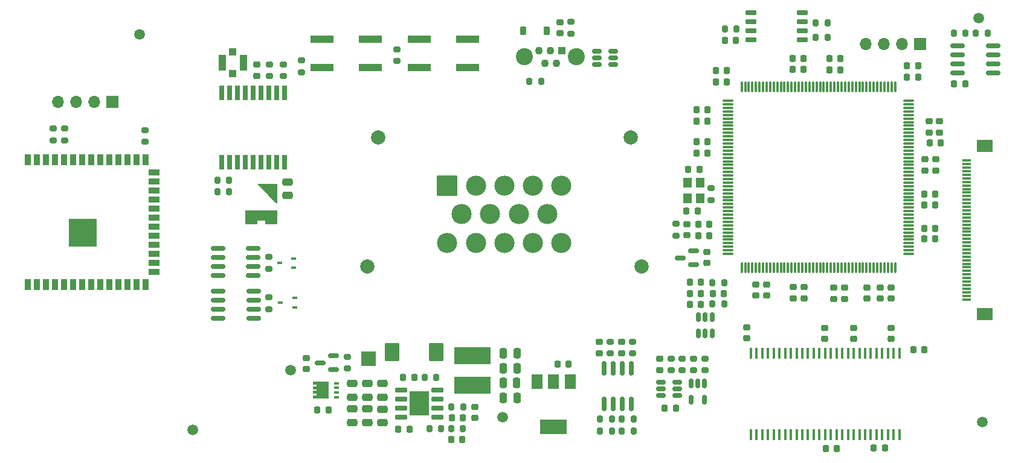
<source format=gbr>
%TF.GenerationSoftware,KiCad,Pcbnew,8.0.8*%
%TF.CreationDate,2025-03-03T12:04:37+03:00*%
%TF.ProjectId,Dash 6.8,44617368-2036-42e3-982e-6b696361645f,rev?*%
%TF.SameCoordinates,Original*%
%TF.FileFunction,Soldermask,Top*%
%TF.FilePolarity,Negative*%
%FSLAX46Y46*%
G04 Gerber Fmt 4.6, Leading zero omitted, Abs format (unit mm)*
G04 Created by KiCad (PCBNEW 8.0.8) date 2025-03-03 12:04:37*
%MOMM*%
%LPD*%
G01*
G04 APERTURE LIST*
G04 Aperture macros list*
%AMRoundRect*
0 Rectangle with rounded corners*
0 $1 Rounding radius*
0 $2 $3 $4 $5 $6 $7 $8 $9 X,Y pos of 4 corners*
0 Add a 4 corners polygon primitive as box body*
4,1,4,$2,$3,$4,$5,$6,$7,$8,$9,$2,$3,0*
0 Add four circle primitives for the rounded corners*
1,1,$1+$1,$2,$3*
1,1,$1+$1,$4,$5*
1,1,$1+$1,$6,$7*
1,1,$1+$1,$8,$9*
0 Add four rect primitives between the rounded corners*
20,1,$1+$1,$2,$3,$4,$5,0*
20,1,$1+$1,$4,$5,$6,$7,0*
20,1,$1+$1,$6,$7,$8,$9,0*
20,1,$1+$1,$8,$9,$2,$3,0*%
%AMFreePoly0*
4,1,17,1.395000,0.765000,0.855000,0.765000,0.855000,0.535000,1.395000,0.535000,1.395000,0.115000,0.855000,0.115000,0.855000,-0.115000,1.395000,-0.115000,1.395000,-0.535000,0.855000,-0.535000,0.855000,-0.765000,1.395000,-0.765000,1.395000,-1.185000,-0.855000,-1.185000,-0.855000,1.185000,1.395000,1.185000,1.395000,0.765000,1.395000,0.765000,$1*%
%AMFreePoly1*
4,1,15,-0.679289,1.820711,1.820711,-0.679289,1.848769,-0.734357,1.839101,-0.795399,1.795399,-0.839101,1.750000,-0.850000,-0.750000,-0.850000,-0.808779,-0.830902,-0.845106,-0.780902,-0.850000,-0.750000,-0.850000,1.750000,-0.830902,1.808779,-0.780902,1.845106,-0.719098,1.845106,-0.679289,1.820711,-0.679289,1.820711,$1*%
%AMFreePoly2*
4,1,27,-0.691221,1.330902,-0.654894,1.280902,-0.650000,1.250000,-0.650000,0.850000,0.400000,0.850000,0.400000,1.250000,0.419098,1.308779,0.469098,1.345106,0.500000,1.350000,2.000000,1.350000,2.058779,1.330902,2.095106,1.280902,2.100000,1.250000,2.100000,-0.500000,2.080902,-0.558779,2.030902,-0.595106,2.000000,-0.600000,-2.250000,-0.600000,-2.308779,-0.580902,-2.345106,-0.530902,
-2.350000,-0.500000,-2.350000,1.250000,-2.330902,1.308779,-2.280902,1.345106,-2.250000,1.350000,-0.750000,1.350000,-0.691221,1.330902,-0.691221,1.330902,$1*%
G04 Aperture macros list end*
%ADD10C,0.200000*%
%ADD11R,1.000000X1.000000*%
%ADD12R,1.050000X2.200000*%
%ADD13R,1.300000X0.300000*%
%ADD14R,2.200000X1.800000*%
%ADD15RoundRect,0.200000X-0.200000X-0.275000X0.200000X-0.275000X0.200000X0.275000X-0.200000X0.275000X0*%
%ADD16RoundRect,0.225000X0.250000X-0.225000X0.250000X0.225000X-0.250000X0.225000X-0.250000X-0.225000X0*%
%ADD17RoundRect,0.200000X0.200000X0.275000X-0.200000X0.275000X-0.200000X-0.275000X0.200000X-0.275000X0*%
%ADD18RoundRect,0.218750X0.256250X-0.218750X0.256250X0.218750X-0.256250X0.218750X-0.256250X-0.218750X0*%
%ADD19C,1.500000*%
%ADD20RoundRect,0.225000X0.225000X0.250000X-0.225000X0.250000X-0.225000X-0.250000X0.225000X-0.250000X0*%
%ADD21R,3.200000X1.000000*%
%ADD22RoundRect,0.150000X-0.825000X-0.150000X0.825000X-0.150000X0.825000X0.150000X-0.825000X0.150000X0*%
%ADD23RoundRect,0.225000X-0.225000X-0.250000X0.225000X-0.250000X0.225000X0.250000X-0.225000X0.250000X0*%
%ADD24RoundRect,0.075000X-0.675000X-0.075000X0.675000X-0.075000X0.675000X0.075000X-0.675000X0.075000X0*%
%ADD25RoundRect,0.075000X-0.075000X-0.675000X0.075000X-0.675000X0.075000X0.675000X-0.075000X0.675000X0*%
%ADD26RoundRect,0.200000X-0.275000X0.200000X-0.275000X-0.200000X0.275000X-0.200000X0.275000X0.200000X0*%
%ADD27R,2.000000X2.000000*%
%ADD28R,1.700000X1.700000*%
%ADD29O,1.700000X1.700000*%
%ADD30R,0.700000X0.420000*%
%ADD31FreePoly0,180.000000*%
%ADD32RoundRect,0.225000X-0.250000X0.225000X-0.250000X-0.225000X0.250000X-0.225000X0.250000X0.225000X0*%
%ADD33RoundRect,0.150000X0.825000X0.150000X-0.825000X0.150000X-0.825000X-0.150000X0.825000X-0.150000X0*%
%ADD34R,0.900000X1.500000*%
%ADD35R,1.500000X0.900000*%
%ADD36C,0.600000*%
%ADD37R,3.900000X3.900000*%
%ADD38R,0.700000X0.450000*%
%ADD39RoundRect,0.200000X0.275000X-0.200000X0.275000X0.200000X-0.275000X0.200000X-0.275000X-0.200000X0*%
%ADD40RoundRect,0.150000X-0.150000X0.512500X-0.150000X-0.512500X0.150000X-0.512500X0.150000X0.512500X0*%
%ADD41RoundRect,0.218750X0.218750X0.256250X-0.218750X0.256250X-0.218750X-0.256250X0.218750X-0.256250X0*%
%ADD42R,0.458000X1.510000*%
%ADD43RoundRect,0.250000X0.787500X1.025000X-0.787500X1.025000X-0.787500X-1.025000X0.787500X-1.025000X0*%
%ADD44RoundRect,0.250000X0.475000X-0.250000X0.475000X0.250000X-0.475000X0.250000X-0.475000X-0.250000X0*%
%ADD45RoundRect,0.150000X-0.512500X-0.150000X0.512500X-0.150000X0.512500X0.150000X-0.512500X0.150000X0*%
%ADD46C,2.000000*%
%ADD47RoundRect,0.102000X-1.312500X-1.312500X1.312500X-1.312500X1.312500X1.312500X-1.312500X1.312500X0*%
%ADD48C,2.829000*%
%ADD49RoundRect,0.250000X-0.250000X-0.475000X0.250000X-0.475000X0.250000X0.475000X-0.250000X0.475000X0*%
%ADD50RoundRect,0.150000X-0.150000X0.825000X-0.150000X-0.825000X0.150000X-0.825000X0.150000X0.825000X0*%
%ADD51RoundRect,0.225000X-0.225000X-0.375000X0.225000X-0.375000X0.225000X0.375000X-0.225000X0.375000X0*%
%ADD52RoundRect,0.150000X0.650000X0.150000X-0.650000X0.150000X-0.650000X-0.150000X0.650000X-0.150000X0*%
%ADD53RoundRect,0.150000X0.587500X0.150000X-0.587500X0.150000X-0.587500X-0.150000X0.587500X-0.150000X0*%
%ADD54R,0.700000X2.000000*%
%ADD55R,5.100000X2.350000*%
%ADD56RoundRect,0.250000X-0.475000X0.250000X-0.475000X-0.250000X0.475000X-0.250000X0.475000X0.250000X0*%
%ADD57FreePoly1,180.000000*%
%ADD58FreePoly2,180.000000*%
%ADD59R,1.100000X1.100000*%
%ADD60C,1.100000*%
%ADD61C,2.400000*%
%ADD62R,1.500000X2.000000*%
%ADD63R,3.800000X2.000000*%
%ADD64R,1.200000X1.400000*%
%ADD65R,2.710000X3.400000*%
%ADD66RoundRect,0.150000X-0.737500X-0.150000X0.737500X-0.150000X0.737500X0.150000X-0.737500X0.150000X0*%
G04 APERTURE END LIST*
D10*
%TO.C,C68*%
X119045000Y-106330000D02*
X116545000Y-103830000D01*
X119045000Y-103830000D01*
X119045000Y-106330000D01*
G36*
X119045000Y-106330000D02*
G01*
X116545000Y-103830000D01*
X119045000Y-103830000D01*
X119045000Y-106330000D01*
G37*
X119045000Y-109330000D02*
X117545000Y-109330000D01*
X117545000Y-108830000D01*
X116295000Y-108830000D01*
X116295000Y-109330000D01*
X114795000Y-109330000D01*
X114795000Y-107580000D01*
X119045000Y-107580000D01*
X119045000Y-109330000D01*
G36*
X119045000Y-109330000D02*
G01*
X117545000Y-109330000D01*
X117545000Y-108830000D01*
X116295000Y-108830000D01*
X116295000Y-109330000D01*
X114795000Y-109330000D01*
X114795000Y-107580000D01*
X119045000Y-107580000D01*
X119045000Y-109330000D01*
G37*
%TD*%
D11*
%TO.C,J3*%
X112925000Y-85200000D03*
D12*
X114400000Y-86700000D03*
D11*
X112925000Y-88200000D03*
D12*
X111450000Y-86700000D03*
%TD*%
D13*
%TO.C,J4*%
X215800000Y-100450000D03*
X215800000Y-100950000D03*
X215800000Y-101450000D03*
X215800000Y-101950000D03*
X215800000Y-102450000D03*
X215800000Y-102950000D03*
X215800000Y-103450000D03*
X215800000Y-103950000D03*
X215800000Y-104450000D03*
X215800000Y-104950000D03*
X215800000Y-105450000D03*
X215800000Y-105950000D03*
X215800000Y-106450000D03*
X215800000Y-106950000D03*
X215800000Y-107450000D03*
X215800000Y-107950000D03*
X215800000Y-108450000D03*
X215800000Y-108950000D03*
X215800000Y-109450000D03*
X215800000Y-109950000D03*
X215800000Y-110450000D03*
X215800000Y-110950000D03*
X215800000Y-111450000D03*
X215800000Y-111950000D03*
X215800000Y-112450000D03*
X215800000Y-112950000D03*
X215800000Y-113450000D03*
X215800000Y-113950000D03*
X215800000Y-114450000D03*
X215800000Y-114950000D03*
X215800000Y-115450000D03*
X215800000Y-115950000D03*
X215800000Y-116450000D03*
X215800000Y-116950000D03*
X215800000Y-117450000D03*
X215800000Y-117950000D03*
X215800000Y-118450000D03*
X215800000Y-118950000D03*
X215800000Y-119450000D03*
X215800000Y-119950000D03*
D14*
X218350000Y-98400000D03*
X218350000Y-122000000D03*
%TD*%
D15*
%TO.C,R11*%
X194625000Y-81150000D03*
X196275000Y-81150000D03*
%TD*%
D16*
%TO.C,C34*%
X199950000Y-125475000D03*
X199950000Y-123925000D03*
%TD*%
D17*
%TO.C,R18*%
X141475000Y-130885000D03*
X139825000Y-130885000D03*
%TD*%
D15*
%TO.C,R24*%
X164425000Y-136762500D03*
X166075000Y-136762500D03*
%TD*%
D18*
%TO.C,L2*%
X116300000Y-88537500D03*
X116300000Y-86962500D03*
%TD*%
D15*
%TO.C,R20*%
X110782500Y-103180000D03*
X112432500Y-103180000D03*
%TD*%
D19*
%TO.C,5v1*%
X150750000Y-136510000D03*
%TD*%
D20*
%TO.C,C51*%
X138375000Y-130885000D03*
X136825000Y-130885000D03*
%TD*%
D19*
%TO.C,12v1*%
X121050000Y-129850000D03*
%TD*%
D15*
%TO.C,R21*%
X110782500Y-104830000D03*
X112432500Y-104830000D03*
%TD*%
D21*
%TO.C,SW2*%
X125400000Y-83400000D03*
X132200000Y-83400000D03*
X125400000Y-87400000D03*
X132200000Y-87400000D03*
%TD*%
D17*
%TO.C,R14*%
X145175000Y-138110000D03*
X143525000Y-138110000D03*
%TD*%
D22*
%TO.C,U3*%
X110900000Y-118800000D03*
X110900000Y-120070000D03*
X110900000Y-121340000D03*
X110900000Y-122610000D03*
X115850000Y-122610000D03*
X115850000Y-121340000D03*
X115850000Y-120070000D03*
X115850000Y-118800000D03*
%TD*%
D23*
%TO.C,C10*%
X207425000Y-88700000D03*
X208975000Y-88700000D03*
%TD*%
D24*
%TO.C,U4*%
X182325000Y-92050000D03*
X182325000Y-92550000D03*
X182325000Y-93050000D03*
X182325000Y-93550000D03*
X182325000Y-94050000D03*
X182325000Y-94550000D03*
X182325000Y-95050000D03*
X182325000Y-95550000D03*
X182325000Y-96050000D03*
X182325000Y-96550000D03*
X182325000Y-97050000D03*
X182325000Y-97550000D03*
X182325000Y-98050000D03*
X182325000Y-98550000D03*
X182325000Y-99050000D03*
X182325000Y-99550000D03*
X182325000Y-100050000D03*
X182325000Y-100550000D03*
X182325000Y-101050000D03*
X182325000Y-101550000D03*
X182325000Y-102050000D03*
X182325000Y-102550000D03*
X182325000Y-103050000D03*
X182325000Y-103550000D03*
X182325000Y-104050000D03*
X182325000Y-104550000D03*
X182325000Y-105050000D03*
X182325000Y-105550000D03*
X182325000Y-106050000D03*
X182325000Y-106550000D03*
X182325000Y-107050000D03*
X182325000Y-107550000D03*
X182325000Y-108050000D03*
X182325000Y-108550000D03*
X182325000Y-109050000D03*
X182325000Y-109550000D03*
X182325000Y-110050000D03*
X182325000Y-110550000D03*
X182325000Y-111050000D03*
X182325000Y-111550000D03*
X182325000Y-112050000D03*
X182325000Y-112550000D03*
X182325000Y-113050000D03*
X182325000Y-113550000D03*
D25*
X184250000Y-115475000D03*
X184750000Y-115475000D03*
X185250000Y-115475000D03*
X185750000Y-115475000D03*
X186250000Y-115475000D03*
X186750000Y-115475000D03*
X187250000Y-115475000D03*
X187750000Y-115475000D03*
X188250000Y-115475000D03*
X188750000Y-115475000D03*
X189250000Y-115475000D03*
X189750000Y-115475000D03*
X190250000Y-115475000D03*
X190750000Y-115475000D03*
X191250000Y-115475000D03*
X191750000Y-115475000D03*
X192250000Y-115475000D03*
X192750000Y-115475000D03*
X193250000Y-115475000D03*
X193750000Y-115475000D03*
X194250000Y-115475000D03*
X194750000Y-115475000D03*
X195250000Y-115475000D03*
X195750000Y-115475000D03*
X196250000Y-115475000D03*
X196750000Y-115475000D03*
X197250000Y-115475000D03*
X197750000Y-115475000D03*
X198250000Y-115475000D03*
X198750000Y-115475000D03*
X199250000Y-115475000D03*
X199750000Y-115475000D03*
X200250000Y-115475000D03*
X200750000Y-115475000D03*
X201250000Y-115475000D03*
X201750000Y-115475000D03*
X202250000Y-115475000D03*
X202750000Y-115475000D03*
X203250000Y-115475000D03*
X203750000Y-115475000D03*
X204250000Y-115475000D03*
X204750000Y-115475000D03*
X205250000Y-115475000D03*
X205750000Y-115475000D03*
D24*
X207675000Y-113550000D03*
X207675000Y-113050000D03*
X207675000Y-112550000D03*
X207675000Y-112050000D03*
X207675000Y-111550000D03*
X207675000Y-111050000D03*
X207675000Y-110550000D03*
X207675000Y-110050000D03*
X207675000Y-109550000D03*
X207675000Y-109050000D03*
X207675000Y-108550000D03*
X207675000Y-108050000D03*
X207675000Y-107550000D03*
X207675000Y-107050000D03*
X207675000Y-106550000D03*
X207675000Y-106050000D03*
X207675000Y-105550000D03*
X207675000Y-105050000D03*
X207675000Y-104550000D03*
X207675000Y-104050000D03*
X207675000Y-103550000D03*
X207675000Y-103050000D03*
X207675000Y-102550000D03*
X207675000Y-102050000D03*
X207675000Y-101550000D03*
X207675000Y-101050000D03*
X207675000Y-100550000D03*
X207675000Y-100050000D03*
X207675000Y-99550000D03*
X207675000Y-99050000D03*
X207675000Y-98550000D03*
X207675000Y-98050000D03*
X207675000Y-97550000D03*
X207675000Y-97050000D03*
X207675000Y-96550000D03*
X207675000Y-96050000D03*
X207675000Y-95550000D03*
X207675000Y-95050000D03*
X207675000Y-94550000D03*
X207675000Y-94050000D03*
X207675000Y-93550000D03*
X207675000Y-93050000D03*
X207675000Y-92550000D03*
X207675000Y-92050000D03*
D25*
X205750000Y-90125000D03*
X205250000Y-90125000D03*
X204750000Y-90125000D03*
X204250000Y-90125000D03*
X203750000Y-90125000D03*
X203250000Y-90125000D03*
X202750000Y-90125000D03*
X202250000Y-90125000D03*
X201750000Y-90125000D03*
X201250000Y-90125000D03*
X200750000Y-90125000D03*
X200250000Y-90125000D03*
X199750000Y-90125000D03*
X199250000Y-90125000D03*
X198750000Y-90125000D03*
X198250000Y-90125000D03*
X197750000Y-90125000D03*
X197250000Y-90125000D03*
X196750000Y-90125000D03*
X196250000Y-90125000D03*
X195750000Y-90125000D03*
X195250000Y-90125000D03*
X194750000Y-90125000D03*
X194250000Y-90125000D03*
X193750000Y-90125000D03*
X193250000Y-90125000D03*
X192750000Y-90125000D03*
X192250000Y-90125000D03*
X191750000Y-90125000D03*
X191250000Y-90125000D03*
X190750000Y-90125000D03*
X190250000Y-90125000D03*
X189750000Y-90125000D03*
X189250000Y-90125000D03*
X188750000Y-90125000D03*
X188250000Y-90125000D03*
X187750000Y-90125000D03*
X187250000Y-90125000D03*
X186750000Y-90125000D03*
X186250000Y-90125000D03*
X185750000Y-90125000D03*
X185250000Y-90125000D03*
X184750000Y-90125000D03*
X184250000Y-90125000D03*
%TD*%
D23*
%TO.C,C45*%
X180187500Y-119100000D03*
X181737500Y-119100000D03*
%TD*%
D16*
%TO.C,C39*%
X205200000Y-125475000D03*
X205200000Y-123925000D03*
%TD*%
D20*
%TO.C,C23*%
X182175000Y-87800000D03*
X180625000Y-87800000D03*
%TD*%
D16*
%TO.C,C38*%
X176600000Y-110950000D03*
X176600000Y-109400000D03*
%TD*%
D26*
%TO.C,R31*%
X177487500Y-128262500D03*
X177487500Y-129912500D03*
%TD*%
D21*
%TO.C,SW1*%
X145850000Y-87400000D03*
X139050000Y-87400000D03*
X145850000Y-83400000D03*
X139050000Y-83400000D03*
%TD*%
D16*
%TO.C,C43*%
X195900000Y-125475000D03*
X195900000Y-123925000D03*
%TD*%
D17*
%TO.C,R36*%
X218725000Y-82600000D03*
X217075000Y-82600000D03*
%TD*%
D27*
%TO.C,GND1*%
X131950000Y-128310000D03*
%TD*%
D23*
%TO.C,C17*%
X209825000Y-105200000D03*
X211375000Y-105200000D03*
%TD*%
%TO.C,C32*%
X176987500Y-117550000D03*
X178537500Y-117550000D03*
%TD*%
D28*
%TO.C,J6*%
X96020000Y-92200000D03*
D29*
X93480000Y-92200000D03*
X90940000Y-92200000D03*
X88400000Y-92200000D03*
%TD*%
D17*
%TO.C,R33*%
X166075000Y-138412500D03*
X164425000Y-138412500D03*
%TD*%
D26*
%TO.C,R2*%
X118030000Y-119675000D03*
X118030000Y-121325000D03*
%TD*%
%TO.C,R8*%
X180000000Y-104325000D03*
X180000000Y-105975000D03*
%TD*%
D17*
%TO.C,R10*%
X183525000Y-82000000D03*
X181875000Y-82000000D03*
%TD*%
D20*
%TO.C,C6*%
X192925000Y-86120000D03*
X191375000Y-86120000D03*
%TD*%
D26*
%TO.C,R3*%
X175050000Y-109350000D03*
X175050000Y-111000000D03*
%TD*%
D19*
%TO.C,FD4*%
X107350000Y-138250000D03*
%TD*%
D30*
%TO.C,Q1*%
X127505000Y-133675000D03*
X127505000Y-133025000D03*
X127505000Y-132375000D03*
X127505000Y-131725000D03*
D31*
X125550000Y-132700000D03*
%TD*%
D32*
%TO.C,C19*%
X193000000Y-118225000D03*
X193000000Y-119775000D03*
%TD*%
D17*
%TO.C,R32*%
X169125000Y-138412500D03*
X167475000Y-138412500D03*
%TD*%
D16*
%TO.C,C44*%
X158775000Y-82550000D03*
X158775000Y-81000000D03*
%TD*%
D33*
%TO.C,U15*%
X219475000Y-88105000D03*
X219475000Y-86835000D03*
X219475000Y-85565000D03*
X219475000Y-84295000D03*
X214525000Y-84295000D03*
X214525000Y-85565000D03*
X214525000Y-86835000D03*
X214525000Y-88105000D03*
%TD*%
D34*
%TO.C,U5*%
X84180000Y-117850000D03*
X85450000Y-117850000D03*
X86720000Y-117850000D03*
X87990000Y-117850000D03*
X89260000Y-117850000D03*
X90530000Y-117850000D03*
X91800000Y-117850000D03*
X93070000Y-117850000D03*
X94340000Y-117850000D03*
X95610000Y-117850000D03*
X96880000Y-117850000D03*
X98150000Y-117850000D03*
X99420000Y-117850000D03*
X100690000Y-117850000D03*
D35*
X101940000Y-116085000D03*
X101940000Y-114815000D03*
X101940000Y-113545000D03*
X101940000Y-112275000D03*
X101940000Y-111005000D03*
X101940000Y-109735000D03*
X101940000Y-108465000D03*
X101940000Y-107195000D03*
X101940000Y-105925000D03*
X101940000Y-104655000D03*
X101940000Y-103385000D03*
X101940000Y-102115000D03*
D34*
X100690000Y-100350000D03*
X99420000Y-100350000D03*
X98150000Y-100350000D03*
X96880000Y-100350000D03*
X95610000Y-100350000D03*
X94340000Y-100350000D03*
X93070000Y-100350000D03*
X91800000Y-100350000D03*
X90530000Y-100350000D03*
X89260000Y-100350000D03*
X87990000Y-100350000D03*
X86720000Y-100350000D03*
X85450000Y-100350000D03*
X84180000Y-100350000D03*
D36*
X91200000Y-112000000D03*
X92600000Y-112000000D03*
X90500000Y-111300000D03*
X91900000Y-111300000D03*
X93300000Y-111300000D03*
X91200000Y-110600000D03*
D37*
X91900000Y-110600000D03*
D36*
X92600000Y-110600000D03*
X90500000Y-109900000D03*
X91900000Y-109900000D03*
X93300000Y-109900000D03*
X91200000Y-109200000D03*
X92600000Y-109200000D03*
%TD*%
D38*
%TO.C,D2*%
X121600000Y-121050000D03*
X121600000Y-119750000D03*
X119600000Y-120400000D03*
%TD*%
D16*
%TO.C,C50*%
X123220000Y-129720000D03*
X123220000Y-128170000D03*
%TD*%
D26*
%TO.C,R27*%
X89400000Y-95975000D03*
X89400000Y-97625000D03*
%TD*%
D32*
%TO.C,C22*%
X205200000Y-118275000D03*
X205200000Y-119825000D03*
%TD*%
%TO.C,C18*%
X198700000Y-118325000D03*
X198700000Y-119875000D03*
%TD*%
%TO.C,C71*%
X164300000Y-125937500D03*
X164300000Y-127487500D03*
%TD*%
D39*
%TO.C,R5*%
X160350000Y-82625000D03*
X160350000Y-80975000D03*
%TD*%
D40*
%TO.C,U12*%
X179037500Y-131750000D03*
X178087500Y-131750000D03*
X177137500Y-131750000D03*
X177137500Y-134025000D03*
X179037500Y-134025000D03*
%TD*%
D20*
%TO.C,C30*%
X179475000Y-99447500D03*
X177925000Y-99447500D03*
%TD*%
D32*
%TO.C,C7*%
X209950000Y-100275000D03*
X209950000Y-101825000D03*
%TD*%
D15*
%TO.C,R9*%
X180137500Y-117600000D03*
X181787500Y-117600000D03*
%TD*%
D41*
%TO.C,FB1*%
X178550000Y-120650000D03*
X176975000Y-120650000D03*
%TD*%
D32*
%TO.C,C8*%
X203650000Y-118275000D03*
X203650000Y-119825000D03*
%TD*%
D20*
%TO.C,C28*%
X192925000Y-87670000D03*
X191375000Y-87670000D03*
%TD*%
D26*
%TO.C,R35*%
X100600000Y-96150000D03*
X100600000Y-97800000D03*
%TD*%
D42*
%TO.C,U14*%
X206350000Y-127475000D03*
X205550000Y-127475000D03*
X204750000Y-127475000D03*
X203950000Y-127475000D03*
X203150000Y-127475000D03*
X202350000Y-127475000D03*
X201550000Y-127475000D03*
X200750000Y-127475000D03*
X199950000Y-127475000D03*
X199150000Y-127475000D03*
X198350000Y-127475000D03*
X197550000Y-127475000D03*
X196750000Y-127475000D03*
X195950000Y-127475000D03*
X195150000Y-127475000D03*
X194350000Y-127475000D03*
X193550000Y-127475000D03*
X192750000Y-127475000D03*
X191950000Y-127475000D03*
X191150000Y-127475000D03*
X190350000Y-127475000D03*
X189550000Y-127475000D03*
X188750000Y-127475000D03*
X187950000Y-127475000D03*
X187150000Y-127475000D03*
X186350000Y-127475000D03*
X185550000Y-127475000D03*
X185550000Y-138975000D03*
X186350000Y-138975000D03*
X187150000Y-138975000D03*
X187950000Y-138975000D03*
X188750000Y-138975000D03*
X189550000Y-138975000D03*
X190350000Y-138975000D03*
X191150000Y-138975000D03*
X191950000Y-138975000D03*
X192750000Y-138975000D03*
X193550000Y-138975000D03*
X194350000Y-138975000D03*
X195150000Y-138975000D03*
X195950000Y-138975000D03*
X196750000Y-138975000D03*
X197550000Y-138975000D03*
X198350000Y-138975000D03*
X199150000Y-138975000D03*
X199950000Y-138975000D03*
X200750000Y-138975000D03*
X201550000Y-138975000D03*
X202350000Y-138975000D03*
X203150000Y-138975000D03*
X203950000Y-138975000D03*
X204750000Y-138975000D03*
X205550000Y-138975000D03*
X206350000Y-138975000D03*
%TD*%
D43*
%TO.C,C67*%
X141462500Y-127310000D03*
X135237500Y-127310000D03*
%TD*%
D26*
%TO.C,R1*%
X118000000Y-113975000D03*
X118000000Y-115625000D03*
%TD*%
D39*
%TO.C,R4*%
X135950000Y-86475000D03*
X135950000Y-84825000D03*
%TD*%
D44*
%TO.C,C53*%
X129687500Y-133665000D03*
X129687500Y-131765000D03*
%TD*%
D23*
%TO.C,C59*%
X158450000Y-129030000D03*
X160000000Y-129030000D03*
%TD*%
D45*
%TO.C,U6*%
X163987500Y-85075000D03*
X163987500Y-86025000D03*
X163987500Y-86975000D03*
X166262500Y-86975000D03*
X166262500Y-86025000D03*
X166262500Y-85075000D03*
%TD*%
D44*
%TO.C,C69*%
X120607500Y-105330000D03*
X120607500Y-103430000D03*
%TD*%
D32*
%TO.C,C36*%
X201800000Y-118275000D03*
X201800000Y-119825000D03*
%TD*%
D46*
%TO.C,J5*%
X131800000Y-115300000D03*
X133300000Y-97200000D03*
X168700000Y-97200000D03*
X170200000Y-115300000D03*
D47*
X143000000Y-104000000D03*
D48*
X147000000Y-104000000D03*
X151000000Y-104000000D03*
X155000000Y-104000000D03*
X159000000Y-104000000D03*
X145000000Y-108000000D03*
X149000000Y-108000000D03*
X153000000Y-108000000D03*
X157000000Y-108000000D03*
X143000000Y-112000000D03*
X147000000Y-112000000D03*
X151000000Y-112000000D03*
X155000000Y-112000000D03*
X159000000Y-112000000D03*
%TD*%
D23*
%TO.C,C40*%
X202775000Y-140800000D03*
X204325000Y-140800000D03*
%TD*%
D17*
%TO.C,R6*%
X156150000Y-89325000D03*
X154500000Y-89325000D03*
%TD*%
D49*
%TO.C,C64*%
X150850000Y-129610000D03*
X152750000Y-129610000D03*
%TD*%
D39*
%TO.C,R28*%
X174337500Y-129912500D03*
X174337500Y-128262500D03*
%TD*%
D32*
%TO.C,C27*%
X211500000Y-100275000D03*
X211500000Y-101825000D03*
%TD*%
D20*
%TO.C,C31*%
X178537500Y-119100000D03*
X176987500Y-119100000D03*
%TD*%
D49*
%TO.C,C65*%
X150837500Y-131700000D03*
X152737500Y-131700000D03*
%TD*%
D20*
%TO.C,C48*%
X183475000Y-83585000D03*
X181925000Y-83585000D03*
%TD*%
D17*
%TO.C,R37*%
X215625000Y-82600000D03*
X213975000Y-82600000D03*
%TD*%
D23*
%TO.C,C58*%
X136125000Y-138160000D03*
X137675000Y-138160000D03*
%TD*%
%TO.C,C35*%
X208325000Y-127000000D03*
X209875000Y-127000000D03*
%TD*%
D50*
%TO.C,U11*%
X168810000Y-129650000D03*
X167540000Y-129650000D03*
X166270000Y-129650000D03*
X165000000Y-129650000D03*
X165000000Y-134600000D03*
X166270000Y-134600000D03*
X167540000Y-134600000D03*
X168810000Y-134600000D03*
%TD*%
D23*
%TO.C,C46*%
X176775000Y-101700000D03*
X178325000Y-101700000D03*
%TD*%
D45*
%TO.C,D5*%
X172962500Y-131577017D03*
X172962500Y-132527017D03*
X172962500Y-133477017D03*
X175237500Y-133477017D03*
X175237500Y-132527017D03*
X175237500Y-131577017D03*
%TD*%
D17*
%TO.C,R17*%
X142125000Y-138110000D03*
X140475000Y-138110000D03*
%TD*%
D44*
%TO.C,C52*%
X131787500Y-133665000D03*
X131787500Y-131765000D03*
%TD*%
D17*
%TO.C,R12*%
X196275000Y-83150000D03*
X194625000Y-83150000D03*
%TD*%
D23*
%TO.C,C49*%
X124795000Y-135495000D03*
X126345000Y-135495000D03*
%TD*%
D20*
%TO.C,C24*%
X198075000Y-87700000D03*
X196525000Y-87700000D03*
%TD*%
D19*
%TO.C,FD1*%
X217500000Y-80400000D03*
%TD*%
D38*
%TO.C,D1*%
X121500000Y-115500000D03*
X121500000Y-114200000D03*
X119500000Y-114850000D03*
%TD*%
D20*
%TO.C,C5*%
X182175000Y-89400000D03*
X180625000Y-89400000D03*
%TD*%
D51*
%TO.C,D3*%
X153600000Y-82250000D03*
X156900000Y-82250000D03*
%TD*%
D23*
%TO.C,C16*%
X209825000Y-106700000D03*
X211375000Y-106700000D03*
%TD*%
D32*
%TO.C,C20*%
X187750000Y-117875000D03*
X187750000Y-119425000D03*
%TD*%
%TO.C,C61*%
X146850000Y-135035000D03*
X146850000Y-136585000D03*
%TD*%
D52*
%TO.C,U7*%
X192750000Y-83505000D03*
X192750000Y-82235000D03*
X192750000Y-80965000D03*
X192750000Y-79695000D03*
X185550000Y-79695000D03*
X185550000Y-80965000D03*
X185550000Y-82235000D03*
X185550000Y-83505000D03*
%TD*%
D20*
%TO.C,C62*%
X145075000Y-139660000D03*
X143525000Y-139660000D03*
%TD*%
D53*
%TO.C,D6*%
X127057500Y-129795000D03*
X127057500Y-127895000D03*
X125182500Y-128845000D03*
%TD*%
D19*
%TO.C,FD3*%
X217950000Y-137150000D03*
%TD*%
D22*
%TO.C,U2*%
X110875000Y-112795000D03*
X110875000Y-114065000D03*
X110875000Y-115335000D03*
X110875000Y-116605000D03*
X115825000Y-116605000D03*
X115825000Y-115335000D03*
X115825000Y-114065000D03*
X115825000Y-112795000D03*
%TD*%
D20*
%TO.C,C47*%
X178075000Y-107550000D03*
X176525000Y-107550000D03*
%TD*%
%TO.C,C3*%
X179475000Y-97800000D03*
X177925000Y-97800000D03*
%TD*%
D17*
%TO.C,R7*%
X181787500Y-120600000D03*
X180137500Y-120600000D03*
%TD*%
D39*
%TO.C,R25*%
X122600000Y-88025000D03*
X122600000Y-86375000D03*
%TD*%
D53*
%TO.C,U1*%
X177487500Y-115050000D03*
X177487500Y-113150000D03*
X175612500Y-114100000D03*
%TD*%
D54*
%TO.C,U10*%
X111400000Y-100650000D03*
X112500000Y-100650000D03*
X113600000Y-100650000D03*
X114700000Y-100650000D03*
X115800000Y-100650000D03*
X116900000Y-100650000D03*
X118000000Y-100650000D03*
X119100000Y-100650000D03*
X120200000Y-100650000D03*
X120200000Y-90950000D03*
X119100000Y-90950000D03*
X118000000Y-90950000D03*
X116900000Y-90950000D03*
X115800000Y-90950000D03*
X114700000Y-90950000D03*
X113600000Y-90950000D03*
X112500000Y-90950000D03*
X111400000Y-90950000D03*
%TD*%
D55*
%TO.C,L1*%
X146550000Y-132035000D03*
X146550000Y-127885000D03*
%TD*%
D16*
%TO.C,C42*%
X185000000Y-125425000D03*
X185000000Y-123875000D03*
%TD*%
D26*
%TO.C,R30*%
X179087500Y-128262500D03*
X179087500Y-129912500D03*
%TD*%
%TO.C,R13*%
X129020000Y-128020000D03*
X129020000Y-129670000D03*
%TD*%
D23*
%TO.C,C25*%
X207425000Y-87100000D03*
X208975000Y-87100000D03*
%TD*%
D20*
%TO.C,C4*%
X179475000Y-93350000D03*
X177925000Y-93350000D03*
%TD*%
D32*
%TO.C,C14*%
X186200000Y-117875000D03*
X186200000Y-119425000D03*
%TD*%
%TO.C,C12*%
X191500000Y-118225000D03*
X191500000Y-119775000D03*
%TD*%
%TO.C,C26*%
X212000000Y-94955000D03*
X212000000Y-96505000D03*
%TD*%
%TO.C,C11*%
X197150000Y-118325000D03*
X197150000Y-119875000D03*
%TD*%
D23*
%TO.C,C74*%
X214025000Y-89700000D03*
X215575000Y-89700000D03*
%TD*%
D19*
%TO.C,FD2*%
X99850000Y-82750000D03*
%TD*%
D39*
%TO.C,R29*%
X175887500Y-129912500D03*
X175887500Y-128262500D03*
%TD*%
D56*
%TO.C,C55*%
X131787500Y-135315000D03*
X131787500Y-137215000D03*
%TD*%
D57*
%TO.C,C68*%
X118295000Y-104580000D03*
D58*
X116795000Y-108080000D03*
%TD*%
D20*
%TO.C,C1*%
X179720000Y-109425000D03*
X178170000Y-109425000D03*
%TD*%
D16*
%TO.C,C70*%
X167400000Y-127487500D03*
X167400000Y-125937500D03*
%TD*%
D23*
%TO.C,C60*%
X143625000Y-136560000D03*
X145175000Y-136560000D03*
%TD*%
D59*
%TO.C,J1*%
X159050000Y-85025000D03*
D60*
X158250000Y-86775000D03*
X157450000Y-85025000D03*
X156650000Y-86775000D03*
X155850000Y-85025000D03*
D61*
X161100000Y-85900000D03*
X153800000Y-85900000D03*
%TD*%
D32*
%TO.C,C33*%
X179350000Y-113275000D03*
X179350000Y-114825000D03*
%TD*%
%TO.C,C73*%
X172737500Y-128320000D03*
X172737500Y-129870000D03*
%TD*%
D62*
%TO.C,U9*%
X160200000Y-131530000D03*
X157900000Y-131530000D03*
D63*
X157900000Y-137830000D03*
D62*
X155600000Y-131530000D03*
%TD*%
D64*
%TO.C,Y1*%
X176700000Y-103550000D03*
X176700000Y-105750000D03*
X178400000Y-105750000D03*
X178400000Y-103550000D03*
%TD*%
D17*
%TO.C,R26*%
X169125000Y-136762500D03*
X167475000Y-136762500D03*
%TD*%
D15*
%TO.C,R15*%
X143575000Y-135010000D03*
X145225000Y-135010000D03*
%TD*%
D20*
%TO.C,C2*%
X179475000Y-94900000D03*
X177925000Y-94900000D03*
%TD*%
D40*
%TO.C,D4*%
X180100000Y-122462500D03*
X179150000Y-122462500D03*
X178200000Y-122462500D03*
X178200000Y-124737500D03*
X179150000Y-124737500D03*
X180100000Y-124737500D03*
%TD*%
D26*
%TO.C,R22*%
X168950000Y-125887500D03*
X168950000Y-127537500D03*
%TD*%
D65*
%TO.C,U8*%
X139087500Y-134565000D03*
D66*
X136525000Y-132660000D03*
X136525000Y-133930000D03*
X136525000Y-135200000D03*
X136525000Y-136470000D03*
X141650000Y-136470000D03*
X141650000Y-135200000D03*
X141650000Y-133930000D03*
X141650000Y-132660000D03*
%TD*%
D49*
%TO.C,C66*%
X150850000Y-133800000D03*
X152750000Y-133800000D03*
%TD*%
D28*
%TO.C,J2*%
X209240000Y-84050000D03*
D29*
X206700000Y-84050000D03*
X204160000Y-84050000D03*
X201620000Y-84050000D03*
%TD*%
D20*
%TO.C,C41*%
X197600000Y-140900000D03*
X196050000Y-140900000D03*
%TD*%
D44*
%TO.C,C57*%
X133937500Y-133665000D03*
X133937500Y-131765000D03*
%TD*%
D20*
%TO.C,C9*%
X198075000Y-86150000D03*
X196525000Y-86150000D03*
%TD*%
D23*
%TO.C,C37*%
X210625000Y-98000000D03*
X212175000Y-98000000D03*
%TD*%
D49*
%TO.C,C63*%
X150850000Y-127500000D03*
X152750000Y-127500000D03*
%TD*%
D39*
%TO.C,R19*%
X118065000Y-88582500D03*
X118065000Y-86932500D03*
%TD*%
D23*
%TO.C,C13*%
X209825000Y-111450000D03*
X211375000Y-111450000D03*
%TD*%
%TO.C,C21*%
X209825000Y-109950000D03*
X211375000Y-109950000D03*
%TD*%
D26*
%TO.C,R34*%
X87800000Y-95975000D03*
X87800000Y-97625000D03*
%TD*%
D32*
%TO.C,C15*%
X210500000Y-94955000D03*
X210500000Y-96505000D03*
%TD*%
D26*
%TO.C,R16*%
X120050000Y-86925000D03*
X120050000Y-88575000D03*
%TD*%
D56*
%TO.C,C56*%
X129687500Y-135315000D03*
X129687500Y-137215000D03*
%TD*%
%TO.C,C54*%
X133937500Y-135365000D03*
X133937500Y-137265000D03*
%TD*%
D23*
%TO.C,C72*%
X173462500Y-135187500D03*
X175012500Y-135187500D03*
%TD*%
D20*
%TO.C,C29*%
X179725000Y-110975000D03*
X178175000Y-110975000D03*
%TD*%
D26*
%TO.C,R23*%
X165850000Y-125887500D03*
X165850000Y-127537500D03*
%TD*%
M02*

</source>
